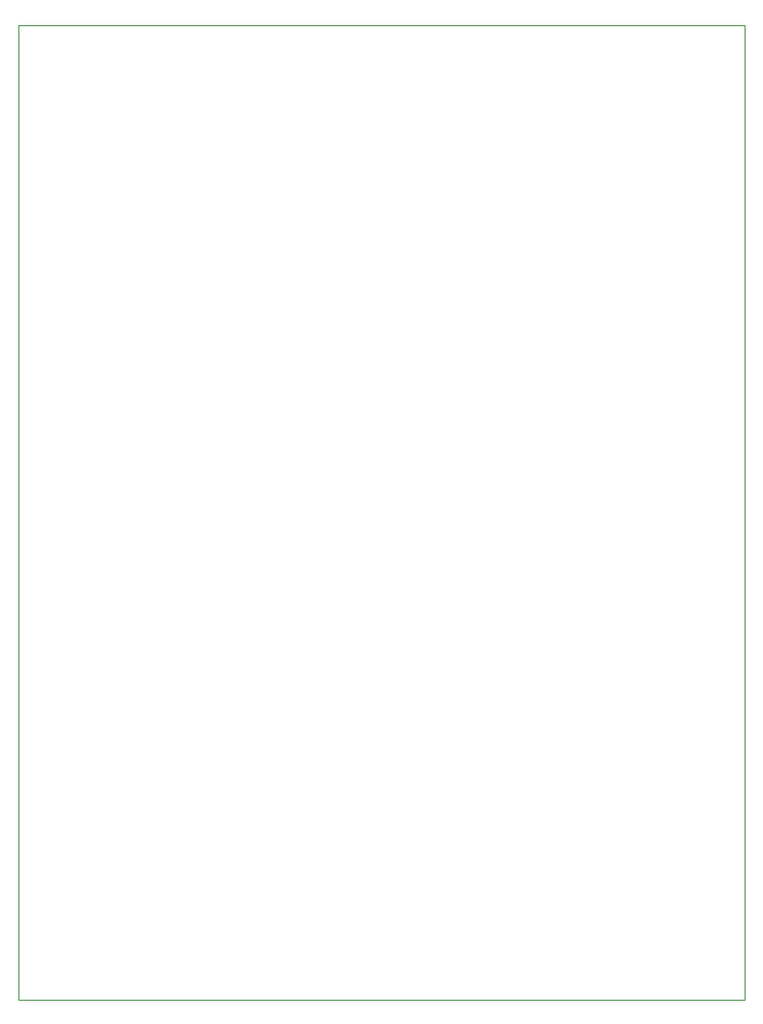
<source format=gbr>
%TF.GenerationSoftware,KiCad,Pcbnew,7.0.5*%
%TF.CreationDate,2023-07-03T18:28:24-04:00*%
%TF.ProjectId,Weather_ESP32,57656174-6865-4725-9f45-535033322e6b,v2*%
%TF.SameCoordinates,Original*%
%TF.FileFunction,Profile,NP*%
%FSLAX46Y46*%
G04 Gerber Fmt 4.6, Leading zero omitted, Abs format (unit mm)*
G04 Created by KiCad (PCBNEW 7.0.5) date 2023-07-03 18:28:24*
%MOMM*%
%LPD*%
G01*
G04 APERTURE LIST*
%TA.AperFunction,Profile*%
%ADD10C,0.050000*%
%TD*%
G04 APERTURE END LIST*
D10*
X182400000Y-59000000D02*
X119000000Y-59000000D01*
X182400000Y-144000000D02*
X182400000Y-59000000D01*
X119000000Y-144000000D02*
X182400000Y-144000000D01*
X119000000Y-59000000D02*
X119000000Y-144000000D01*
M02*

</source>
